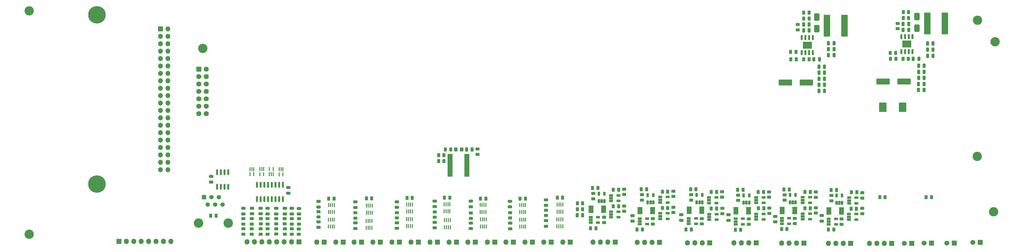
<source format=gbr>
%TF.GenerationSoftware,KiCad,Pcbnew,9.0.7*%
%TF.CreationDate,2026-02-11T10:07:39-06:00*%
%TF.ProjectId,GrizzlySimHW,4772697a-7a6c-4795-9369-6d48572e6b69,rev?*%
%TF.SameCoordinates,Original*%
%TF.FileFunction,Soldermask,Bot*%
%TF.FilePolarity,Negative*%
%FSLAX46Y46*%
G04 Gerber Fmt 4.6, Leading zero omitted, Abs format (unit mm)*
G04 Created by KiCad (PCBNEW 9.0.7) date 2026-02-11 10:07:39*
%MOMM*%
%LPD*%
G01*
G04 APERTURE LIST*
G04 Aperture macros list*
%AMRoundRect*
0 Rectangle with rounded corners*
0 $1 Rounding radius*
0 $2 $3 $4 $5 $6 $7 $8 $9 X,Y pos of 4 corners*
0 Add a 4 corners polygon primitive as box body*
4,1,4,$2,$3,$4,$5,$6,$7,$8,$9,$2,$3,0*
0 Add four circle primitives for the rounded corners*
1,1,$1+$1,$2,$3*
1,1,$1+$1,$4,$5*
1,1,$1+$1,$6,$7*
1,1,$1+$1,$8,$9*
0 Add four rect primitives between the rounded corners*
20,1,$1+$1,$2,$3,$4,$5,0*
20,1,$1+$1,$4,$5,$6,$7,0*
20,1,$1+$1,$6,$7,$8,$9,0*
20,1,$1+$1,$8,$9,$2,$3,0*%
G04 Aperture macros list end*
%ADD10R,1.800000X1.800000*%
%ADD11O,1.800000X1.800000*%
%ADD12C,3.200000*%
%ADD13R,1.700000X1.700000*%
%ADD14C,1.700000*%
%ADD15C,3.250000*%
%ADD16RoundRect,0.250000X-0.510000X-0.510000X0.510000X-0.510000X0.510000X0.510000X-0.510000X0.510000X0*%
%ADD17C,1.520000*%
%ADD18RoundRect,0.102000X-0.765000X0.765000X-0.765000X-0.765000X0.765000X-0.765000X0.765000X0.765000X0*%
%ADD19C,1.734000*%
%ADD20RoundRect,0.250000X-0.475000X0.250000X-0.475000X-0.250000X0.475000X-0.250000X0.475000X0.250000X0*%
%ADD21RoundRect,0.250000X0.262500X0.450000X-0.262500X0.450000X-0.262500X-0.450000X0.262500X-0.450000X0*%
%ADD22RoundRect,0.250000X-0.450000X0.262500X-0.450000X-0.262500X0.450000X-0.262500X0.450000X0.262500X0*%
%ADD23RoundRect,0.250000X-0.250000X-0.475000X0.250000X-0.475000X0.250000X0.475000X-0.250000X0.475000X0*%
%ADD24RoundRect,0.198500X0.198500X-0.508500X0.198500X0.508500X-0.198500X0.508500X-0.198500X-0.508500X0*%
%ADD25RoundRect,0.198500X-0.508500X-0.198500X0.508500X-0.198500X0.508500X0.198500X-0.508500X0.198500X0*%
%ADD26RoundRect,0.060500X-0.776500X-0.181500X0.776500X-0.181500X0.776500X0.181500X-0.776500X0.181500X0*%
%ADD27RoundRect,0.250000X0.250000X0.475000X-0.250000X0.475000X-0.250000X-0.475000X0.250000X-0.475000X0*%
%ADD28RoundRect,0.249999X-0.850001X-3.500001X0.850001X-3.500001X0.850001X3.500001X-0.850001X3.500001X0*%
%ADD29RoundRect,0.250000X-0.262500X-0.450000X0.262500X-0.450000X0.262500X0.450000X-0.262500X0.450000X0*%
%ADD30RoundRect,0.250000X0.450000X-0.262500X0.450000X0.262500X-0.450000X0.262500X-0.450000X-0.262500X0*%
%ADD31RoundRect,0.250000X0.325000X0.450000X-0.325000X0.450000X-0.325000X-0.450000X0.325000X-0.450000X0*%
%ADD32R,0.381000X1.320800*%
%ADD33RoundRect,0.100000X-0.100000X0.562500X-0.100000X-0.562500X0.100000X-0.562500X0.100000X0.562500X0*%
%ADD34RoundRect,0.076750X0.810250X0.230250X-0.810250X0.230250X-0.810250X-0.230250X0.810250X-0.230250X0*%
%ADD35R,3.100000X2.400000*%
%ADD36RoundRect,0.150000X0.150000X-0.737500X0.150000X0.737500X-0.150000X0.737500X-0.150000X-0.737500X0*%
%ADD37RoundRect,0.250000X0.650000X-1.000000X0.650000X1.000000X-0.650000X1.000000X-0.650000X-1.000000X0*%
%ADD38RoundRect,0.250001X1.999999X0.799999X-1.999999X0.799999X-1.999999X-0.799999X1.999999X-0.799999X0*%
%ADD39RoundRect,0.250000X1.000000X-1.400000X1.000000X1.400000X-1.000000X1.400000X-1.000000X-1.400000X0*%
%ADD40RoundRect,0.150000X-0.150000X0.825000X-0.150000X-0.825000X0.150000X-0.825000X0.150000X0.825000X0*%
%ADD41RoundRect,0.150000X0.150000X-0.825000X0.150000X0.825000X-0.150000X0.825000X-0.150000X-0.825000X0*%
%ADD42C,6.000000*%
%ADD43O,1.700000X1.700000*%
%ADD44RoundRect,0.250000X0.475000X-0.250000X0.475000X0.250000X-0.475000X0.250000X-0.475000X-0.250000X0*%
%ADD45RoundRect,0.100000X0.100000X-0.562500X0.100000X0.562500X-0.100000X0.562500X-0.100000X-0.562500X0*%
G04 APERTURE END LIST*
D10*
%TO.C,J31*%
X-205359000Y-110413800D03*
D11*
X-207899000Y-110413800D03*
X-210439000Y-110413800D03*
X-212979000Y-110413800D03*
%TD*%
D10*
%TO.C,J8*%
X-254815300Y-110175000D03*
D11*
X-257355300Y-110175000D03*
X-259895300Y-110175000D03*
X-262435300Y-110175000D03*
%TD*%
D10*
%TO.C,J5*%
X-175285400Y-110515400D03*
D11*
X-177825400Y-110515400D03*
X-180365400Y-110515400D03*
X-182905400Y-110515400D03*
%TD*%
D12*
%TO.C,REF\u002A\u002A*%
X-411170000Y-43770000D03*
%TD*%
D10*
%TO.C,W14*%
X-285365700Y-110109000D03*
D11*
X-287905700Y-110109000D03*
%TD*%
D12*
%TO.C,REF\u002A\u002A*%
X-145950000Y-34100000D03*
%TD*%
%TO.C,REF\u002A\u002A*%
X-470670000Y-30900000D03*
%TD*%
D10*
%TO.C,W7*%
X-330865700Y-110109000D03*
D11*
X-333405700Y-110109000D03*
%TD*%
D10*
%TO.C,W5*%
X-343865700Y-110109000D03*
D11*
X-346405700Y-110109000D03*
%TD*%
D13*
%TO.C,J1*%
X-161721800Y-110464600D03*
D14*
X-164261800Y-110464600D03*
%TD*%
D10*
%TO.C,J14*%
X-221691200Y-110359200D03*
D11*
X-224231200Y-110359200D03*
X-226771200Y-110359200D03*
X-229311200Y-110359200D03*
%TD*%
D10*
%TO.C,W11*%
X-304865700Y-110109000D03*
D11*
X-307405700Y-110109000D03*
%TD*%
D10*
%TO.C,W1*%
X-369633200Y-110109000D03*
D11*
X-372173200Y-110109000D03*
%TD*%
D10*
%TO.C,W3*%
X-356865700Y-110109000D03*
D11*
X-359405700Y-110109000D03*
%TD*%
D10*
%TO.C,J6*%
X-378256800Y-110058200D03*
D11*
X-380796800Y-110058200D03*
X-383336800Y-110058200D03*
X-385876800Y-110058200D03*
X-388416800Y-110058200D03*
X-390956800Y-110058200D03*
X-393496800Y-110058200D03*
X-396036800Y-110058200D03*
%TD*%
D12*
%TO.C,REF\u002A\u002A*%
X-139920000Y-41410000D03*
%TD*%
D10*
%TO.C,W13*%
X-291865700Y-110109000D03*
D11*
X-294405700Y-110109000D03*
%TD*%
D10*
%TO.C,W6*%
X-337365700Y-110109000D03*
D11*
X-339905700Y-110109000D03*
%TD*%
D10*
%TO.C,J9*%
X-269965600Y-110072600D03*
D11*
X-272505600Y-110072600D03*
X-275045600Y-110072600D03*
X-277585600Y-110072600D03*
%TD*%
D10*
%TO.C,W10*%
X-311213200Y-110109000D03*
D11*
X-313753200Y-110109000D03*
%TD*%
D10*
%TO.C,W4*%
X-350365700Y-110109000D03*
D11*
X-352905700Y-110109000D03*
%TD*%
D10*
%TO.C,W8*%
X-324365700Y-110109000D03*
D11*
X-326905700Y-110109000D03*
%TD*%
D10*
%TO.C,J26*%
X-189331600Y-110540800D03*
D11*
X-191871600Y-110540800D03*
X-194411600Y-110540800D03*
X-196951600Y-110540800D03*
%TD*%
D15*
%TO.C,J7*%
X-412673800Y-103555800D03*
X-402513800Y-103555800D03*
D16*
X-410773800Y-94665800D03*
D17*
X-409503800Y-97205800D03*
X-408233800Y-94665800D03*
X-406963800Y-97205800D03*
X-405693800Y-94665800D03*
X-404423800Y-97205800D03*
%TD*%
D12*
%TO.C,REF\u002A\u002A*%
X-140420000Y-99680000D03*
%TD*%
D10*
%TO.C,W2*%
X-363133200Y-110109000D03*
D11*
X-365673200Y-110109000D03*
%TD*%
D10*
%TO.C,GND2*%
X-439880000Y-109820000D03*
D11*
X-437340000Y-109820000D03*
X-434800000Y-109820000D03*
X-432260000Y-109820000D03*
X-429720000Y-109820000D03*
X-427180000Y-109820000D03*
X-424640000Y-109820000D03*
X-422100000Y-109820000D03*
%TD*%
D13*
%TO.C,J5*%
X-168427400Y-110515400D03*
D14*
X-170967400Y-110515400D03*
%TD*%
D13*
%TO.C,J3*%
X-153855000Y-110460000D03*
D14*
X-156395000Y-110460000D03*
%TD*%
D18*
%TO.C,J37*%
X-412530000Y-50870000D03*
D19*
X-409990000Y-50870000D03*
X-412530000Y-53410000D03*
X-409990000Y-53410000D03*
X-412530000Y-55950000D03*
X-409990000Y-55950000D03*
X-412530000Y-58490000D03*
X-409990000Y-58490000D03*
X-412530000Y-61030000D03*
X-409990000Y-61030000D03*
X-412530000Y-63570000D03*
X-409990000Y-63570000D03*
X-412530000Y-66110000D03*
X-409990000Y-66110000D03*
%TD*%
D10*
%TO.C,J15*%
X-237617200Y-110363000D03*
D11*
X-240157200Y-110363000D03*
X-242697200Y-110363000D03*
X-245237200Y-110363000D03*
%TD*%
D10*
%TO.C,W12*%
X-298365700Y-110109000D03*
D11*
X-300905700Y-110109000D03*
%TD*%
D12*
%TO.C,REF\u002A\u002A*%
X-470670000Y-107420000D03*
%TD*%
%TO.C,REF\u002A\u002A*%
X-146050000Y-80750000D03*
%TD*%
D10*
%TO.C,W9*%
X-317865700Y-110109000D03*
D11*
X-320405700Y-110109000D03*
%TD*%
D13*
%TO.C,J10*%
X-144983200Y-110159800D03*
D14*
X-147523200Y-110159800D03*
%TD*%
D20*
%TO.C,C58*%
X-306006600Y-96106199D03*
X-306006600Y-98006199D03*
%TD*%
D21*
%TO.C,R105*%
X-219178500Y-92909400D03*
X-221003500Y-92909400D03*
%TD*%
D22*
%TO.C,R162*%
X-358947601Y-100037200D03*
X-358947601Y-101862200D03*
%TD*%
%TO.C,R43*%
X-386050000Y-102047500D03*
X-386050000Y-103872500D03*
%TD*%
D23*
%TO.C,C45*%
X-200220000Y-49980000D03*
X-198320000Y-49980000D03*
%TD*%
D24*
%TO.C,U31*%
X-240172400Y-96470700D03*
X-241122400Y-96470700D03*
X-242072400Y-96470700D03*
X-242072400Y-93960700D03*
X-240172400Y-93960700D03*
%TD*%
D21*
%TO.C,R106*%
X-235282300Y-92964000D03*
X-237107300Y-92964000D03*
%TD*%
D22*
%TO.C,R3*%
X-378300000Y-105587500D03*
X-378300000Y-107412500D03*
%TD*%
D24*
%TO.C,U47*%
X-192293200Y-96657400D03*
X-193243200Y-96657400D03*
X-194193200Y-96657400D03*
X-194193200Y-94147400D03*
X-192293200Y-94147400D03*
%TD*%
%TO.C,U16*%
X-256946600Y-96494800D03*
X-257896600Y-96494800D03*
X-258846600Y-96494800D03*
X-258846600Y-93984800D03*
X-256946600Y-93984800D03*
%TD*%
D20*
%TO.C,C30*%
X-371576600Y-96154200D03*
X-371576600Y-98054200D03*
%TD*%
D21*
%TO.C,R122*%
X-208000000Y-47450000D03*
X-209825000Y-47450000D03*
%TD*%
D25*
%TO.C,U24*%
X-271373000Y-101573800D03*
X-271373000Y-100623800D03*
X-271373000Y-99673800D03*
X-268863000Y-99673800D03*
X-268863000Y-101573800D03*
%TD*%
D22*
%TO.C,R174*%
X-319444000Y-100118299D03*
X-319444000Y-101943299D03*
%TD*%
D20*
%TO.C,C69*%
X-378290000Y-98560000D03*
X-378290000Y-100460000D03*
%TD*%
D21*
%TO.C,R129*%
X-227027100Y-105863400D03*
X-228852100Y-105863400D03*
%TD*%
D25*
%TO.C,U45*%
X-189891900Y-96809600D03*
X-189891900Y-95859600D03*
X-189891900Y-94909600D03*
X-187381900Y-94909600D03*
X-187381900Y-96809600D03*
%TD*%
D26*
%TO.C,U20*%
X-278237000Y-99871200D03*
X-278237000Y-99371200D03*
X-278237000Y-98871200D03*
X-278237000Y-98371200D03*
X-278237000Y-97871200D03*
X-273937000Y-97871200D03*
X-273937000Y-98371200D03*
X-273937000Y-98871200D03*
X-273937000Y-99371200D03*
X-273937000Y-99871200D03*
%TD*%
D27*
%TO.C,C21*%
X-161140000Y-44190000D03*
X-163040000Y-44190000D03*
%TD*%
D28*
%TO.C,L1*%
X-163150000Y-35150000D03*
X-157150000Y-35150000D03*
%TD*%
D26*
%TO.C,U50*%
X-196790200Y-100441000D03*
X-196790200Y-99941000D03*
X-196790200Y-99441000D03*
X-196790200Y-98941000D03*
X-196790200Y-98441000D03*
X-192490200Y-98441000D03*
X-192490200Y-98941000D03*
X-192490200Y-99441000D03*
X-192490200Y-99941000D03*
X-192490200Y-100441000D03*
%TD*%
D22*
%TO.C,R155*%
X-211988400Y-93905700D03*
X-211988400Y-95730700D03*
%TD*%
D23*
%TO.C,C41*%
X-200210000Y-58260000D03*
X-198310000Y-58260000D03*
%TD*%
D21*
%TO.C,R156*%
X-328629100Y-80324600D03*
X-330454100Y-80324600D03*
%TD*%
D20*
%TO.C,C39*%
X-358947601Y-96316700D03*
X-358947601Y-98216700D03*
%TD*%
D22*
%TO.C,R152*%
X-196011800Y-94108900D03*
X-196011800Y-95933900D03*
%TD*%
D29*
%TO.C,R116*%
X-179400000Y-94702500D03*
X-177575000Y-94702500D03*
%TD*%
%TO.C,R127*%
X-205432500Y-33480000D03*
X-203607500Y-33480000D03*
%TD*%
D20*
%TO.C,C53*%
X-331763000Y-103334799D03*
X-331763000Y-105234799D03*
%TD*%
%TO.C,C50*%
X-344769801Y-103504599D03*
X-344769801Y-105404599D03*
%TD*%
D25*
%TO.C,U57*%
X-205801200Y-102245200D03*
X-205801200Y-101295200D03*
X-205801200Y-100345200D03*
X-203291200Y-100345200D03*
X-203291200Y-102245200D03*
%TD*%
D21*
%TO.C,R183*%
X-187405000Y-98653600D03*
X-189230000Y-98653600D03*
%TD*%
D29*
%TO.C,R139*%
X-328112500Y-78324600D03*
X-326287500Y-78324600D03*
%TD*%
D27*
%TO.C,C38*%
X-195050000Y-41950000D03*
X-196950000Y-41950000D03*
%TD*%
D23*
%TO.C,C44*%
X-200230000Y-52050000D03*
X-198330000Y-52050000D03*
%TD*%
D21*
%TO.C,R69*%
X-406655900Y-101092000D03*
X-408480900Y-101092000D03*
%TD*%
D29*
%TO.C,R93*%
X-163530000Y-94672500D03*
X-161705000Y-94672500D03*
%TD*%
D25*
%TO.C,U39*%
X-221701600Y-102317600D03*
X-221701600Y-101367600D03*
X-221701600Y-100417600D03*
X-219191600Y-100417600D03*
X-219191600Y-102317600D03*
%TD*%
D21*
%TO.C,R84*%
X-276596900Y-105399000D03*
X-278421900Y-105399000D03*
%TD*%
D30*
%TO.C,R124*%
X-224256600Y-103983800D03*
X-224256600Y-102158800D03*
%TD*%
%TO.C,R175*%
X-192481200Y-103985700D03*
X-192481200Y-102160700D03*
%TD*%
D21*
%TO.C,R85*%
X-251980300Y-98389400D03*
X-253805300Y-98389400D03*
%TD*%
D20*
%TO.C,C54*%
X-199250000Y-101000000D03*
X-199250000Y-102900000D03*
%TD*%
D30*
%TO.C,R78*%
X-257109200Y-103899300D03*
X-257109200Y-102074300D03*
%TD*%
%TO.C,R30*%
X-394390000Y-103922500D03*
X-394390000Y-102097500D03*
%TD*%
D23*
%TO.C,C17*%
X-283017000Y-100914200D03*
X-281117000Y-100914200D03*
%TD*%
D31*
%TO.C,D46*%
X-322516600Y-78324600D03*
X-324566600Y-78324600D03*
%TD*%
D29*
%TO.C,R103*%
X-228039300Y-92122000D03*
X-226214300Y-92122000D03*
%TD*%
D32*
%TO.C,U34*%
X-353273602Y-105191500D03*
X-353923600Y-105191500D03*
X-354573602Y-105191500D03*
X-355223600Y-105191500D03*
X-355223600Y-102803900D03*
X-354573602Y-102803900D03*
X-353923600Y-102803900D03*
X-353273602Y-102803900D03*
%TD*%
D29*
%TO.C,R114*%
X-205412500Y-47450000D03*
X-203587500Y-47450000D03*
%TD*%
D22*
%TO.C,R128*%
X-233273800Y-98553900D03*
X-233273800Y-100378900D03*
%TD*%
%TO.C,R101*%
X-217271600Y-92885900D03*
X-217271600Y-94710900D03*
%TD*%
D33*
%TO.C,U10*%
X-395021400Y-85093100D03*
X-394371400Y-85093100D03*
X-393721400Y-85093100D03*
X-393721400Y-86868100D03*
X-395021400Y-86868100D03*
%TD*%
D29*
%TO.C,R95*%
X-175782500Y-45230000D03*
X-173957500Y-45230000D03*
%TD*%
D22*
%TO.C,R6*%
X-389050800Y-102069100D03*
X-389050800Y-103894100D03*
%TD*%
D34*
%TO.C,U49*%
X-320801600Y-80224600D03*
X-320801600Y-80874600D03*
X-320801600Y-81524600D03*
X-320801600Y-82174600D03*
X-320801600Y-82824600D03*
X-320801600Y-83474600D03*
X-320801600Y-84124600D03*
X-320801600Y-84774600D03*
X-320801600Y-85424600D03*
X-320801600Y-86074600D03*
X-320801600Y-86724600D03*
X-320801600Y-87374600D03*
X-326541600Y-87374600D03*
X-326541600Y-86724600D03*
X-326541600Y-86074600D03*
X-326541600Y-85424600D03*
X-326541600Y-84774600D03*
X-326541600Y-84124600D03*
X-326541600Y-83474600D03*
X-326541600Y-82824600D03*
X-326541600Y-82174600D03*
X-326541600Y-81524600D03*
X-326541600Y-80874600D03*
X-326541600Y-80224600D03*
%TD*%
D22*
%TO.C,R73*%
X-277534800Y-93462900D03*
X-277534800Y-95287900D03*
%TD*%
D21*
%TO.C,R68*%
X-268799100Y-92165600D03*
X-270624100Y-92165600D03*
%TD*%
D28*
%TO.C,L2*%
X-197500000Y-35950000D03*
X-191500000Y-35950000D03*
%TD*%
D22*
%TO.C,R108*%
X-243992600Y-93880300D03*
X-243992600Y-95705300D03*
%TD*%
D25*
%TO.C,U46*%
X-205775800Y-96631800D03*
X-205775800Y-95681800D03*
X-205775800Y-94731800D03*
X-203265800Y-94731800D03*
X-203265800Y-96631800D03*
%TD*%
D21*
%TO.C,R76*%
X-281129100Y-98856800D03*
X-282954100Y-98856800D03*
%TD*%
D25*
%TO.C,U55*%
X-212938600Y-103820000D03*
X-212938600Y-102870000D03*
X-212938600Y-101920000D03*
X-210428600Y-101920000D03*
X-210428600Y-103820000D03*
%TD*%
D27*
%TO.C,C48*%
X-203570000Y-37570000D03*
X-205470000Y-37570000D03*
%TD*%
D25*
%TO.C,U29*%
X-237866600Y-96708000D03*
X-237866600Y-95758000D03*
X-237866600Y-94808000D03*
X-235356600Y-94808000D03*
X-235356600Y-96708000D03*
%TD*%
D22*
%TO.C,R60*%
X-266917600Y-91964300D03*
X-266917600Y-93789300D03*
%TD*%
D32*
%TO.C,U44*%
X-326481801Y-105003600D03*
X-327131799Y-105003600D03*
X-327781801Y-105003600D03*
X-328431799Y-105003600D03*
X-328431799Y-102616000D03*
X-327781801Y-102616000D03*
X-327131799Y-102616000D03*
X-326481801Y-102616000D03*
%TD*%
%TO.C,U53*%
X-314162801Y-104749600D03*
X-314812799Y-104749600D03*
X-315462801Y-104749600D03*
X-316112799Y-104749600D03*
X-316112799Y-102362000D03*
X-315462801Y-102362000D03*
X-314812799Y-102362000D03*
X-314162801Y-102362000D03*
%TD*%
D30*
%TO.C,R125*%
X-240309600Y-103858700D03*
X-240309600Y-102033700D03*
%TD*%
D32*
%TO.C,U43*%
X-328544199Y-97116000D03*
X-327894201Y-97116000D03*
X-327244199Y-97116000D03*
X-326594201Y-97116000D03*
X-326594201Y-99503600D03*
X-327244199Y-99503600D03*
X-327894201Y-99503600D03*
X-328544199Y-99503600D03*
%TD*%
D21*
%TO.C,R185*%
X-203176500Y-98475800D03*
X-205001500Y-98475800D03*
%TD*%
D27*
%TO.C,C37*%
X-195050000Y-43950000D03*
X-196950000Y-43950000D03*
%TD*%
D22*
%TO.C,R100*%
X-173290000Y-35167500D03*
X-173290000Y-36992500D03*
%TD*%
D26*
%TO.C,U35*%
X-228616400Y-100361000D03*
X-228616400Y-99861000D03*
X-228616400Y-99361000D03*
X-228616400Y-98861000D03*
X-228616400Y-98361000D03*
X-224316400Y-98361000D03*
X-224316400Y-98861000D03*
X-224316400Y-99361000D03*
X-224316400Y-99861000D03*
X-224316400Y-100361000D03*
%TD*%
D35*
%TO.C,U32*%
X-204200000Y-42600000D03*
D36*
X-202295000Y-45162500D03*
X-203565000Y-45162500D03*
X-204835000Y-45162500D03*
X-206105000Y-45162500D03*
X-206105000Y-40037500D03*
X-204835000Y-40037500D03*
X-203565000Y-40037500D03*
X-202295000Y-40037500D03*
%TD*%
D33*
%TO.C,U7*%
X-391641500Y-85077900D03*
X-390991500Y-85077900D03*
X-390341500Y-85077900D03*
X-390341500Y-86852900D03*
X-391641500Y-86852900D03*
%TD*%
D29*
%TO.C,R148*%
X-196035300Y-92227400D03*
X-194210300Y-92227400D03*
%TD*%
D21*
%TO.C,R153*%
X-328629100Y-82324600D03*
X-330454100Y-82324600D03*
%TD*%
D29*
%TO.C,R91*%
X-171422500Y-47290000D03*
X-169597500Y-47290000D03*
%TD*%
D21*
%TO.C,R94*%
X-173897500Y-47300000D03*
X-175722500Y-47300000D03*
%TD*%
D22*
%TO.C,R133*%
X-207500000Y-35537500D03*
X-207500000Y-37362500D03*
%TD*%
D32*
%TO.C,U59*%
X-300675401Y-104775000D03*
X-301325399Y-104775000D03*
X-301975401Y-104775000D03*
X-302625399Y-104775000D03*
X-302625399Y-102387400D03*
X-301975401Y-102387400D03*
X-301325399Y-102387400D03*
X-300675401Y-102387400D03*
%TD*%
D20*
%TO.C,C57*%
X-319444000Y-103580799D03*
X-319444000Y-105480799D03*
%TD*%
D27*
%TO.C,C51*%
X-318950000Y-78324600D03*
X-320850000Y-78324600D03*
%TD*%
D20*
%TO.C,C31*%
X-371601100Y-103139200D03*
X-371601100Y-105039200D03*
%TD*%
%TO.C,C60*%
X-293674800Y-102758200D03*
X-293674800Y-104658200D03*
%TD*%
D32*
%TO.C,U42*%
X-339502202Y-104648000D03*
X-340152200Y-104648000D03*
X-340802202Y-104648000D03*
X-341452200Y-104648000D03*
X-341452200Y-102260400D03*
X-340802202Y-102260400D03*
X-340152200Y-102260400D03*
X-339502202Y-102260400D03*
%TD*%
D20*
%TO.C,C66*%
X-391340000Y-98490000D03*
X-391340000Y-100390000D03*
%TD*%
D22*
%TO.C,R4*%
X-389050800Y-105572400D03*
X-389050800Y-107397400D03*
%TD*%
D25*
%TO.C,U40*%
X-237780000Y-102448400D03*
X-237780000Y-101498400D03*
X-237780000Y-100548400D03*
X-235270000Y-100548400D03*
X-235270000Y-102448400D03*
%TD*%
D22*
%TO.C,R70*%
X-260817600Y-93895500D03*
X-260817600Y-95720500D03*
%TD*%
D21*
%TO.C,R132*%
X-235256900Y-98577400D03*
X-237081900Y-98577400D03*
%TD*%
D30*
%TO.C,R29*%
X-383130000Y-103882500D03*
X-383130000Y-102057500D03*
%TD*%
D22*
%TO.C,R58*%
X-250098800Y-92650900D03*
X-250098800Y-94475900D03*
%TD*%
D37*
%TO.C,D34*%
X-201000000Y-36950000D03*
X-201000000Y-32950000D03*
%TD*%
D27*
%TO.C,C29*%
X-169510000Y-35340000D03*
X-171410000Y-35340000D03*
%TD*%
D26*
%TO.C,U36*%
X-244669400Y-100212400D03*
X-244669400Y-99712400D03*
X-244669400Y-99212400D03*
X-244669400Y-98712400D03*
X-244669400Y-98212400D03*
X-240369400Y-98212400D03*
X-240369400Y-98712400D03*
X-240369400Y-99212400D03*
X-240369400Y-99712400D03*
X-240369400Y-100212400D03*
%TD*%
D27*
%TO.C,C32*%
X-169510000Y-37400000D03*
X-171410000Y-37400000D03*
%TD*%
D22*
%TO.C,R179*%
X-201345800Y-98325300D03*
X-201345800Y-100150300D03*
%TD*%
D23*
%TO.C,C42*%
X-200220000Y-56180000D03*
X-198320000Y-56180000D03*
%TD*%
D37*
%TO.C,D22*%
X-166640000Y-36830000D03*
X-166640000Y-32830000D03*
%TD*%
D22*
%TO.C,R28*%
X-394390000Y-105547500D03*
X-394390000Y-107372500D03*
%TD*%
D20*
%TO.C,C52*%
X-331749400Y-96052600D03*
X-331749400Y-97952600D03*
%TD*%
%TO.C,C64*%
X-394350000Y-98500000D03*
X-394350000Y-100400000D03*
%TD*%
D21*
%TO.C,R87*%
X-268799100Y-97829800D03*
X-270624100Y-97829800D03*
%TD*%
D29*
%TO.C,R92*%
X-171372500Y-31290000D03*
X-169547500Y-31290000D03*
%TD*%
D22*
%TO.C,R107*%
X-227888800Y-94003500D03*
X-227888800Y-95828500D03*
%TD*%
D32*
%TO.C,U33*%
X-355177999Y-97622300D03*
X-354528001Y-97622300D03*
X-353877999Y-97622300D03*
X-353228001Y-97622300D03*
X-353228001Y-100009900D03*
X-353877999Y-100009900D03*
X-354528001Y-100009900D03*
X-355177999Y-100009900D03*
%TD*%
D38*
%TO.C,C46*%
X-204500000Y-55450000D03*
X-211700000Y-55450000D03*
%TD*%
D24*
%TO.C,U30*%
X-224119400Y-96602800D03*
X-225069400Y-96602800D03*
X-226019400Y-96602800D03*
X-226019400Y-94092800D03*
X-224119400Y-94092800D03*
%TD*%
D29*
%TO.C,R62*%
X-261069700Y-92014000D03*
X-259244700Y-92014000D03*
%TD*%
D27*
%TO.C,C20*%
X-161150000Y-46250000D03*
X-163050000Y-46250000D03*
%TD*%
D25*
%TO.C,U21*%
X-261564600Y-103962200D03*
X-261564600Y-103012200D03*
X-261564600Y-102062200D03*
X-259054600Y-102062200D03*
X-259054600Y-103962200D03*
%TD*%
D21*
%TO.C,R184*%
X-300712500Y-95199200D03*
X-302537500Y-95199200D03*
%TD*%
%TO.C,R131*%
X-219102300Y-98522800D03*
X-220927300Y-98522800D03*
%TD*%
D27*
%TO.C,C22*%
X-161150000Y-42080000D03*
X-163050000Y-42080000D03*
%TD*%
D32*
%TO.C,U58*%
X-302625399Y-97387400D03*
X-301975401Y-97387400D03*
X-301325399Y-97387400D03*
X-300675401Y-97387400D03*
X-300675401Y-99775000D03*
X-301325399Y-99775000D03*
X-301975401Y-99775000D03*
X-302625399Y-99775000D03*
%TD*%
D23*
%TO.C,C26*%
X-166110000Y-51770000D03*
X-164210000Y-51770000D03*
%TD*%
D32*
%TO.C,U52*%
X-316225199Y-97362000D03*
X-315575201Y-97362000D03*
X-314925199Y-97362000D03*
X-314275201Y-97362000D03*
X-314275201Y-99749600D03*
X-314925199Y-99749600D03*
X-315575201Y-99749600D03*
X-316225199Y-99749600D03*
%TD*%
D39*
%TO.C,D21*%
X-171550000Y-63900000D03*
X-178350000Y-63900000D03*
%TD*%
D23*
%TO.C,C24*%
X-166130000Y-55900000D03*
X-164230000Y-55900000D03*
%TD*%
D20*
%TO.C,C65*%
X-383110000Y-98520000D03*
X-383110000Y-100420000D03*
%TD*%
%TO.C,C59*%
X-305956600Y-103606199D03*
X-305956600Y-105506199D03*
%TD*%
D25*
%TO.C,U15*%
X-271398400Y-95985800D03*
X-271398400Y-95035800D03*
X-271398400Y-94085800D03*
X-268888400Y-94085800D03*
X-268888400Y-95985800D03*
%TD*%
D22*
%TO.C,R165*%
X-344758501Y-100016699D03*
X-344758501Y-101841699D03*
%TD*%
D40*
%TO.C,U13*%
X-406298400Y-86171000D03*
X-405028400Y-86171000D03*
X-403758400Y-86171000D03*
X-402488400Y-86171000D03*
X-402488400Y-91121000D03*
X-403758400Y-91121000D03*
X-405028400Y-91121000D03*
X-406298400Y-91121000D03*
%TD*%
D25*
%TO.C,U56*%
X-189951600Y-102397600D03*
X-189951600Y-101447600D03*
X-189951600Y-100497600D03*
X-187441600Y-100497600D03*
X-187441600Y-102397600D03*
%TD*%
D20*
%TO.C,C68*%
X-389040000Y-98520000D03*
X-389040000Y-100420000D03*
%TD*%
D21*
%TO.C,R176*%
X-314250700Y-95224600D03*
X-316075700Y-95224600D03*
%TD*%
D26*
%TO.C,U51*%
X-212817600Y-100300000D03*
X-212817600Y-99800000D03*
X-212817600Y-99300000D03*
X-212817600Y-98800000D03*
X-212817600Y-98300000D03*
X-208517600Y-98300000D03*
X-208517600Y-98800000D03*
X-208517600Y-99300000D03*
X-208517600Y-99800000D03*
X-208517600Y-100300000D03*
%TD*%
D22*
%TO.C,R81*%
X-266917600Y-97730100D03*
X-266917600Y-99555100D03*
%TD*%
D21*
%TO.C,R83*%
X-260669000Y-105780800D03*
X-262494000Y-105780800D03*
%TD*%
D22*
%TO.C,R154*%
X-371602000Y-99671500D03*
X-371602000Y-101496500D03*
%TD*%
D20*
%TO.C,C40*%
X-358942401Y-103522699D03*
X-358942401Y-105422699D03*
%TD*%
D23*
%TO.C,C25*%
X-166110000Y-53830000D03*
X-164210000Y-53830000D03*
%TD*%
D21*
%TO.C,R157*%
X-366244500Y-95199200D03*
X-368069500Y-95199200D03*
%TD*%
D29*
%TO.C,R123*%
X-209912500Y-44950000D03*
X-208087500Y-44950000D03*
%TD*%
D32*
%TO.C,U41*%
X-341339800Y-97260400D03*
X-340689802Y-97260400D03*
X-340039800Y-97260400D03*
X-339389802Y-97260400D03*
X-339389802Y-99648000D03*
X-340039800Y-99648000D03*
X-340689802Y-99648000D03*
X-341339800Y-99648000D03*
%TD*%
D29*
%TO.C,R115*%
X-205432500Y-31450000D03*
X-203607500Y-31450000D03*
%TD*%
D22*
%TO.C,R146*%
X-185385700Y-93194500D03*
X-185385700Y-95019500D03*
%TD*%
D30*
%TO.C,R177*%
X-208508600Y-103782500D03*
X-208508600Y-101957500D03*
%TD*%
%TO.C,R19*%
X-380720000Y-103932500D03*
X-380720000Y-102107500D03*
%TD*%
D29*
%TO.C,R149*%
X-212189700Y-92049600D03*
X-210364700Y-92049600D03*
%TD*%
D22*
%TO.C,R38*%
X-397330000Y-105577500D03*
X-397330000Y-107402500D03*
%TD*%
D32*
%TO.C,U26*%
X-368137198Y-97434400D03*
X-367487200Y-97434400D03*
X-366837198Y-97434400D03*
X-366187200Y-97434400D03*
X-366187200Y-99822000D03*
X-366837198Y-99822000D03*
X-367487200Y-99822000D03*
X-368137198Y-99822000D03*
%TD*%
D21*
%TO.C,R181*%
X-195150100Y-105816400D03*
X-196975100Y-105816400D03*
%TD*%
D20*
%TO.C,C62*%
X-386080000Y-98520000D03*
X-386080000Y-100420000D03*
%TD*%
D25*
%TO.C,U28*%
X-221718100Y-96653400D03*
X-221718100Y-95703400D03*
X-221718100Y-94753400D03*
X-219208100Y-94753400D03*
X-219208100Y-96653400D03*
%TD*%
D23*
%TO.C,C23*%
X-166130000Y-57980000D03*
X-164230000Y-57980000D03*
%TD*%
%TO.C,C35*%
X-201950000Y-47450000D03*
X-200050000Y-47450000D03*
%TD*%
D22*
%TO.C,R126*%
X-217246200Y-98448500D03*
X-217246200Y-100273500D03*
%TD*%
%TO.C,R27*%
X-383120000Y-105537500D03*
X-383120000Y-107362500D03*
%TD*%
D32*
%TO.C,U60*%
X-289854398Y-97282000D03*
X-289204400Y-97282000D03*
X-288554398Y-97282000D03*
X-287904400Y-97282000D03*
X-287904400Y-99669600D03*
X-288554398Y-99669600D03*
X-289204400Y-99669600D03*
X-289854398Y-99669600D03*
%TD*%
D29*
%TO.C,R104*%
X-244168500Y-92024200D03*
X-242343500Y-92024200D03*
%TD*%
D22*
%TO.C,R145*%
X-317150000Y-78187500D03*
X-317150000Y-80012500D03*
%TD*%
D27*
%TO.C,C36*%
X-195050000Y-46050000D03*
X-196950000Y-46050000D03*
%TD*%
D20*
%TO.C,C61*%
X-293663000Y-95630801D03*
X-293663000Y-97530801D03*
%TD*%
%TO.C,C49*%
X-344769801Y-96290999D03*
X-344769801Y-98190999D03*
%TD*%
D25*
%TO.C,U23*%
X-254528800Y-102133400D03*
X-254528800Y-101183400D03*
X-254528800Y-100233400D03*
X-252018800Y-100233400D03*
X-252018800Y-102133400D03*
%TD*%
%TO.C,U22*%
X-278374500Y-103453400D03*
X-278374500Y-102503400D03*
X-278374500Y-101553400D03*
X-275864500Y-101553400D03*
X-275864500Y-103453400D03*
%TD*%
D20*
%TO.C,C67*%
X-380720000Y-98530000D03*
X-380720000Y-100430000D03*
%TD*%
D21*
%TO.C,R182*%
X-211177500Y-105664000D03*
X-213002500Y-105664000D03*
%TD*%
%TO.C,R164*%
X-353336101Y-95158500D03*
X-355161101Y-95158500D03*
%TD*%
D22*
%TO.C,R186*%
X-293674800Y-99163500D03*
X-293674800Y-100988500D03*
%TD*%
D41*
%TO.C,U6*%
X-383790000Y-95400000D03*
X-385060000Y-95400000D03*
X-386330000Y-95400000D03*
X-387600000Y-95400000D03*
X-388870000Y-95400000D03*
X-390140000Y-95400000D03*
X-391410000Y-95400000D03*
X-392680000Y-95400000D03*
X-392680000Y-90450000D03*
X-391410000Y-90450000D03*
X-390140000Y-90450000D03*
X-388870000Y-90450000D03*
X-387600000Y-90450000D03*
X-386330000Y-90450000D03*
X-385060000Y-90450000D03*
X-383790000Y-90450000D03*
%TD*%
D22*
%TO.C,R178*%
X-185420000Y-98528500D03*
X-185420000Y-100353500D03*
%TD*%
D20*
%TO.C,C55*%
X-215200000Y-101300000D03*
X-215200000Y-103200000D03*
%TD*%
D25*
%TO.C,U14*%
X-254554200Y-96545400D03*
X-254554200Y-95595400D03*
X-254554200Y-94645400D03*
X-252044200Y-94645400D03*
X-252044200Y-96545400D03*
%TD*%
D42*
%TO.C,P1*%
X-447405000Y-90185000D03*
X-447405000Y-32185000D03*
D13*
X-425675000Y-37055000D03*
D43*
X-423135000Y-37055000D03*
X-425675000Y-39595000D03*
X-423135000Y-39595000D03*
X-425675000Y-42135000D03*
X-423135000Y-42135000D03*
X-425675000Y-44675000D03*
X-423135000Y-44675000D03*
X-425675000Y-47215000D03*
X-423135000Y-47215000D03*
X-425675000Y-49755000D03*
X-423135000Y-49755000D03*
X-425675000Y-52295000D03*
X-423135000Y-52295000D03*
X-425675000Y-54835000D03*
X-423135000Y-54835000D03*
X-425675000Y-57375000D03*
X-423135000Y-57375000D03*
X-425675000Y-59915000D03*
X-423135000Y-59915000D03*
X-425675000Y-62455000D03*
X-423135000Y-62455000D03*
X-425675000Y-64995000D03*
X-423135000Y-64995000D03*
X-425675000Y-67535000D03*
X-423135000Y-67535000D03*
X-425675000Y-70075000D03*
X-423135000Y-70075000D03*
X-425675000Y-72615000D03*
X-423135000Y-72615000D03*
X-425675000Y-75155000D03*
X-423135000Y-75155000D03*
X-425675000Y-77695000D03*
X-423135000Y-77695000D03*
X-425675000Y-80235000D03*
X-423135000Y-80235000D03*
X-425675000Y-82775000D03*
X-423135000Y-82775000D03*
X-425675000Y-85315000D03*
X-423135000Y-85315000D03*
%TD*%
D21*
%TO.C,R130*%
X-243892900Y-105765600D03*
X-245717900Y-105765600D03*
%TD*%
D30*
%TO.C,R17*%
X-380720000Y-107382500D03*
X-380720000Y-105557500D03*
%TD*%
D20*
%TO.C,C16*%
X-264050000Y-101050000D03*
X-264050000Y-102950000D03*
%TD*%
D32*
%TO.C,U61*%
X-287959800Y-104724200D03*
X-288609798Y-104724200D03*
X-289259800Y-104724200D03*
X-289909798Y-104724200D03*
X-289909798Y-102336600D03*
X-289259800Y-102336600D03*
X-288609798Y-102336600D03*
X-287959800Y-102336600D03*
%TD*%
%TO.C,U27*%
X-366206501Y-104800400D03*
X-366856499Y-104800400D03*
X-367506501Y-104800400D03*
X-368156499Y-104800400D03*
X-368156499Y-102412800D03*
X-367506501Y-102412800D03*
X-366856499Y-102412800D03*
X-366206501Y-102412800D03*
%TD*%
D27*
%TO.C,C47*%
X-203580000Y-35520000D03*
X-205480000Y-35520000D03*
%TD*%
D23*
%TO.C,C27*%
X-166100000Y-49690000D03*
X-164200000Y-49690000D03*
%TD*%
%TO.C,C43*%
X-200220000Y-54120000D03*
X-198320000Y-54120000D03*
%TD*%
D21*
%TO.C,R77*%
X-281103700Y-96850200D03*
X-282928700Y-96850200D03*
%TD*%
D38*
%TO.C,C28*%
X-171100000Y-55100000D03*
X-178300000Y-55100000D03*
%TD*%
D21*
%TO.C,R150*%
X-187267200Y-93040200D03*
X-189092200Y-93040200D03*
%TD*%
D33*
%TO.C,U2*%
X-385034600Y-85118500D03*
X-384384600Y-85118500D03*
X-383734600Y-85118500D03*
X-383734600Y-86893500D03*
X-385034600Y-86893500D03*
%TD*%
D22*
%TO.C,R80*%
X-250098800Y-98162700D03*
X-250098800Y-99987700D03*
%TD*%
D26*
%TO.C,U19*%
X-261469200Y-100303800D03*
X-261469200Y-99803800D03*
X-261469200Y-99303800D03*
X-261469200Y-98803800D03*
X-261469200Y-98303800D03*
X-257169200Y-98303800D03*
X-257169200Y-98803800D03*
X-257169200Y-99303800D03*
X-257169200Y-99803800D03*
X-257169200Y-100303800D03*
%TD*%
D24*
%TO.C,U17*%
X-273689200Y-96036800D03*
X-274639200Y-96036800D03*
X-275589200Y-96036800D03*
X-275589200Y-93526800D03*
X-273689200Y-93526800D03*
%TD*%
D22*
%TO.C,R5*%
X-378274600Y-102084200D03*
X-378274600Y-103909200D03*
%TD*%
D21*
%TO.C,R166*%
X-339463101Y-94954999D03*
X-341288101Y-94954999D03*
%TD*%
D20*
%TO.C,C34*%
X-247400000Y-100750000D03*
X-247400000Y-102650000D03*
%TD*%
D21*
%TO.C,R173*%
X-326620500Y-94869000D03*
X-328445500Y-94869000D03*
%TD*%
D22*
%TO.C,R180*%
X-305968400Y-100001700D03*
X-305968400Y-101826700D03*
%TD*%
%TO.C,R170*%
X-331763000Y-99773100D03*
X-331763000Y-101598100D03*
%TD*%
D21*
%TO.C,R187*%
X-287987100Y-94843600D03*
X-289812100Y-94843600D03*
%TD*%
%TO.C,R151*%
X-203201900Y-92887800D03*
X-205026900Y-92887800D03*
%TD*%
D20*
%TO.C,C56*%
X-319444000Y-96080799D03*
X-319444000Y-97980799D03*
%TD*%
%TO.C,C63*%
X-397331200Y-98547800D03*
X-397331200Y-100447800D03*
%TD*%
D22*
%TO.C,R20*%
X-391337800Y-102059100D03*
X-391337800Y-103884100D03*
%TD*%
%TO.C,R147*%
X-201345800Y-92965900D03*
X-201345800Y-94790900D03*
%TD*%
D21*
%TO.C,R65*%
X-251980300Y-92826800D03*
X-253805300Y-92826800D03*
%TD*%
D22*
%TO.C,R18*%
X-391340000Y-105557500D03*
X-391340000Y-107382500D03*
%TD*%
%TO.C,R44*%
X-397331200Y-102075300D03*
X-397331200Y-103900300D03*
%TD*%
D23*
%TO.C,C19*%
X-167910000Y-47310000D03*
X-166010000Y-47310000D03*
%TD*%
D22*
%TO.C,R102*%
X-233400800Y-92838900D03*
X-233400800Y-94663900D03*
%TD*%
D25*
%TO.C,U38*%
X-244815800Y-103870800D03*
X-244815800Y-102920800D03*
X-244815800Y-101970800D03*
X-242305800Y-101970800D03*
X-242305800Y-103870800D03*
%TD*%
D29*
%TO.C,R64*%
X-277736100Y-91581400D03*
X-275911100Y-91581400D03*
%TD*%
D44*
%TO.C,C11*%
X-408279600Y-89519800D03*
X-408279600Y-87619800D03*
%TD*%
D35*
%TO.C,U25*%
X-170110000Y-42240000D03*
D36*
X-168205000Y-44802500D03*
X-169475000Y-44802500D03*
X-170745000Y-44802500D03*
X-172015000Y-44802500D03*
X-172015000Y-39677500D03*
X-170745000Y-39677500D03*
X-169475000Y-39677500D03*
X-168205000Y-39677500D03*
%TD*%
D22*
%TO.C,R37*%
X-386070000Y-105527500D03*
X-386070000Y-107352500D03*
%TD*%
D24*
%TO.C,U48*%
X-208219000Y-96479600D03*
X-209169000Y-96479600D03*
X-210119000Y-96479600D03*
X-210119000Y-93969600D03*
X-208219000Y-93969600D03*
%TD*%
D25*
%TO.C,U54*%
X-196911200Y-104023200D03*
X-196911200Y-103073200D03*
X-196911200Y-102123200D03*
X-194401200Y-102123200D03*
X-194401200Y-104023200D03*
%TD*%
D20*
%TO.C,C33*%
X-231150000Y-100750000D03*
X-231150000Y-102650000D03*
%TD*%
D25*
%TO.C,U37*%
X-228753900Y-103994000D03*
X-228753900Y-103044000D03*
X-228753900Y-102094000D03*
X-226243900Y-102094000D03*
X-226243900Y-103994000D03*
%TD*%
D29*
%TO.C,R96*%
X-171372500Y-33310000D03*
X-169547500Y-33310000D03*
%TD*%
D20*
%TO.C,C2*%
X-381939600Y-91430000D03*
X-381939600Y-93330000D03*
%TD*%
D30*
%TO.C,R79*%
X-273801000Y-103390500D03*
X-273801000Y-101565500D03*
%TD*%
D45*
%TO.C,U5*%
X-387089100Y-86852900D03*
X-387739100Y-86852900D03*
X-388389100Y-86852900D03*
X-388389100Y-85077900D03*
X-387089100Y-85077900D03*
%TD*%
M02*

</source>
